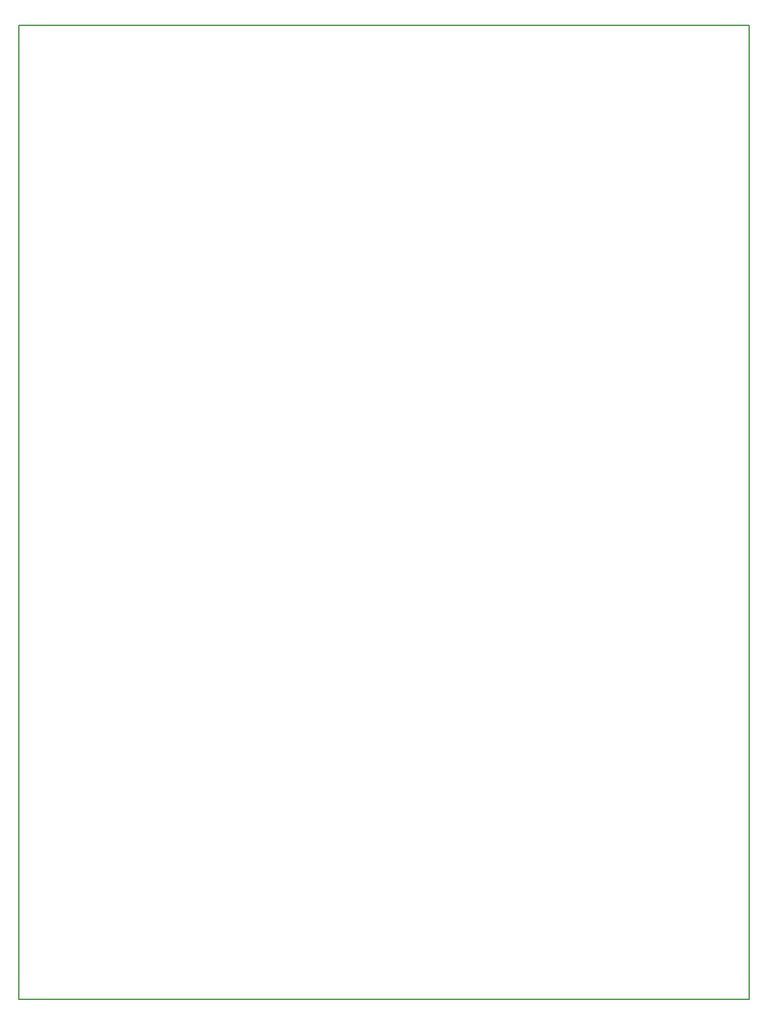
<source format=gbr>
G04 #@! TF.FileFunction,Profile,NP*
%FSLAX46Y46*%
G04 Gerber Fmt 4.6, Leading zero omitted, Abs format (unit mm)*
G04 Created by KiCad (PCBNEW 4.0.6) date 02/17/18 19:20:01*
%MOMM*%
%LPD*%
G01*
G04 APERTURE LIST*
%ADD10C,0.100000*%
%ADD11C,0.150000*%
G04 APERTURE END LIST*
D10*
D11*
X120650000Y-25400000D02*
X215900000Y-25400000D01*
X120650000Y-152400000D02*
X120650000Y-25400000D01*
X215900000Y-152400000D02*
X120650000Y-152400000D01*
X215900000Y-25400000D02*
X215900000Y-152400000D01*
M02*

</source>
